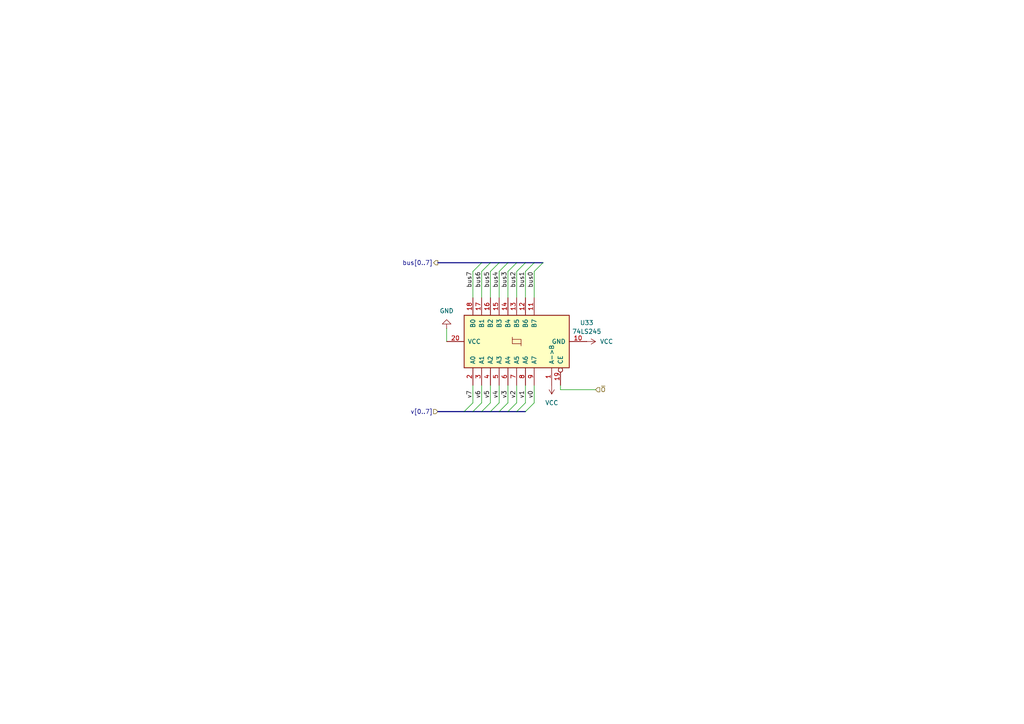
<source format=kicad_sch>
(kicad_sch (version 20250114) (generator "eeschema") (generator_version "9.0")
  (paper "A4")
  (lib_symbols
    (symbol "74xx:74LS245" (pin_names (offset 1.016))
      (property "Reference" "U" (at -7.62 16.51 0))
      (property "Value" "74LS245" (at -7.62 -16.51 0))
      (symbol "74LS245_1_0"
        (polyline (pts (xy -1.27 -1.27) (xy 0.635 -1.27) (xy 0.635 1.27) (xy 1.27 1.27)))
        (polyline (pts (xy -0.635 -1.27) (xy -0.635 1.27) (xy 0.635 1.27)))
        (pin tri_state line (at -12.7 12.7 0) (length 5.08) (name "A0") (number "2"))
        (pin tri_state line (at -12.7 10.16 0) (length 5.08) (name "A1") (number "3"))
        (pin tri_state line (at -12.7 7.62 0) (length 5.08) (name "A2") (number "4"))
        (pin tri_state line (at -12.7 5.08 0) (length 5.08) (name "A3") (number "5"))
        (pin tri_state line (at -12.7 2.54 0) (length 5.08) (name "A4") (number "6"))
        (pin tri_state line (at -12.7 0 0) (length 5.08) (name "A5") (number "7"))
        (pin tri_state line (at -12.7 -2.54 0) (length 5.08) (name "A6") (number "8"))
        (pin tri_state line (at -12.7 -5.08 0) (length 5.08) (name "A7") (number "9"))
        (pin input line (at -12.7 -10.16 0) (length 5.08) (name "A->B") (number "1"))
        (pin input inverted (at -12.7 -12.7 0) (length 5.08) (name "CE") (number "19"))
        (pin power_in line (at 0 20.32 270) (length 5.08) (name "VCC") (number "20"))
        (pin power_in line (at 0 -20.32 90) (length 5.08) (name "GND") (number "10"))
        (pin tri_state line (at 12.7 12.7 180) (length 5.08) (name "B0") (number "18"))
        (pin tri_state line (at 12.7 10.16 180) (length 5.08) (name "B1") (number "17"))
        (pin tri_state line (at 12.7 7.62 180) (length 5.08) (name "B2") (number "16"))
        (pin tri_state line (at 12.7 5.08 180) (length 5.08) (name "B3") (number "15"))
        (pin tri_state line (at 12.7 2.54 180) (length 5.08) (name "B4") (number "14"))
        (pin tri_state line (at 12.7 0 180) (length 5.08) (name "B5") (number "13"))
        (pin tri_state line (at 12.7 -2.54 180) (length 5.08) (name "B6") (number "12"))
        (pin tri_state line (at 12.7 -5.08 180) (length 5.08) (name "B7") (number "11"))
      )
      (symbol "74LS245_1_1"
        (rectangle (start -7.62 15.24) (end 7.62 -15.24) (stroke (width 0.254)) (fill (type background)))
      )
    )
    (symbol "power:GND" (power) (pin_numbers (hide yes)) (pin_names (offset 0) (hide yes))
      (property "Value" "GND" (at 0 -3.81 0))
      (symbol "GND_0_1"
        (polyline (pts (xy 0 0) (xy 0 -1.27) (xy 1.27 -1.27) (xy 0 -2.54) (xy -1.27 -1.27) (xy 0 -1.27)))
      )
      (symbol "GND_1_1"
        (pin power_in line (at 0 0 270) (length 0) (name "~") (number "1"))
      )
    )
    (symbol "power:VCC" (power) (pin_numbers (hide yes)) (pin_names (offset 0) (hide yes))
      (property "Value" "VCC" (at 0 3.556 0))
      (symbol "VCC_0_1"
        (polyline (pts (xy -0.762 1.27) (xy 0 2.54)))
        (polyline (pts (xy 0 2.54) (xy 0.762 1.27)))
        (polyline (pts (xy 0 0) (xy 0 2.54)))
      )
      (symbol "VCC_1_1"
        (pin power_in line (at 0 0 90) (length 0) (name "~") (number "1"))
      )
    )
  )
  (bus_entry (at 149.86 116.84) (size -2.54 2.54))
  (bus_entry (at 157.48 76.2) (size -2.54 2.54))
  (bus_entry (at 154.94 116.84) (size -2.54 2.54))
  (bus_entry (at 152.4 76.2) (size -2.54 2.54))
  (bus_entry (at 147.32 76.2) (size -2.54 2.54))
  (bus_entry (at 152.4 116.84) (size -2.54 2.54))
  (bus_entry (at 139.7 116.84) (size -2.54 2.54))
  (bus_entry (at 149.86 76.2) (size -2.54 2.54))
  (bus_entry (at 137.16 116.84) (size -2.54 2.54))
  (bus_entry (at 144.78 116.84) (size -2.54 2.54))
  (bus_entry (at 147.32 116.84) (size -2.54 2.54))
  (bus_entry (at 142.24 116.84) (size -2.54 2.54))
  (bus_entry (at 144.78 76.2) (size -2.54 2.54))
  (bus_entry (at 139.7 76.2) (size -2.54 2.54))
  (bus_entry (at 154.94 76.2) (size -2.54 2.54))
  (bus_entry (at 142.24 76.2) (size -2.54 2.54))
  (wire (pts (xy 147.32 111.76) (xy 147.32 116.84)))
  (bus (pts (xy 139.7 119.38) (xy 142.24 119.38)))
  (bus (pts (xy 144.78 119.38) (xy 147.32 119.38)))
  (bus (pts (xy 149.86 76.2) (xy 152.4 76.2)))
  (wire (pts (xy 137.16 78.74) (xy 137.16 86.36)))
  (wire (pts (xy 142.24 111.76) (xy 142.24 116.84)))
  (wire (pts (xy 152.4 78.74) (xy 152.4 86.36)))
  (bus (pts (xy 137.16 119.38) (xy 139.7 119.38)))
  (wire (pts (xy 162.56 113.03) (xy 162.56 111.76)))
  (wire (pts (xy 154.94 111.76) (xy 154.94 116.84)))
  (wire (pts (xy 129.54 99.06) (xy 129.54 95.25)))
  (wire (pts (xy 144.78 78.74) (xy 144.78 86.36)))
  (wire (pts (xy 139.7 78.74) (xy 139.7 86.36)))
  (bus (pts (xy 127 76.2) (xy 139.7 76.2)))
  (bus (pts (xy 154.94 76.2) (xy 157.48 76.2)))
  (bus (pts (xy 144.78 119.38) (xy 142.24 119.38)))
  (bus (pts (xy 149.86 119.38) (xy 152.4 119.38)))
  (bus (pts (xy 134.62 119.38) (xy 137.16 119.38)))
  (wire (pts (xy 142.24 78.74) (xy 142.24 86.36)))
  (bus (pts (xy 144.78 76.2) (xy 147.32 76.2)))
  (wire (pts (xy 154.94 78.74) (xy 154.94 86.36)))
  (wire (pts (xy 147.32 78.74) (xy 147.32 86.36)))
  (wire (pts (xy 139.7 111.76) (xy 139.7 116.84)))
  (bus (pts (xy 152.4 76.2) (xy 154.94 76.2)))
  (wire (pts (xy 144.78 111.76) (xy 144.78 116.84)))
  (wire (pts (xy 149.86 111.76) (xy 149.86 116.84)))
  (wire (pts (xy 149.86 78.74) (xy 149.86 86.36)))
  (wire (pts (xy 152.4 111.76) (xy 152.4 116.84)))
  (bus (pts (xy 147.32 119.38) (xy 149.86 119.38)))
  (bus (pts (xy 127 119.38) (xy 134.62 119.38)))
  (bus (pts (xy 139.7 76.2) (xy 142.24 76.2)))
  (bus (pts (xy 147.32 76.2) (xy 149.86 76.2)))
  (bus (pts (xy 142.24 76.2) (xy 144.78 76.2)))
  (wire (pts (xy 137.16 111.76) (xy 137.16 116.84)))
  (wire (pts (xy 172.72 113.03) (xy 162.56 113.03)))
  (label "bus5" (at 142.24 78.74 270))
  (label "bus0" (at 154.94 78.74 270))
  (label "v3" (at 147.32 115.57 90))
  (label "bus3" (at 147.32 78.74 270))
  (label "v4" (at 144.78 115.57 90))
  (label "v6" (at 139.7 115.57 90))
  (label "bus1" (at 152.4 78.74 270))
  (label "v0" (at 154.94 115.57 90))
  (label "v1" (at 152.4 115.57 90))
  (label "bus6" (at 139.7 78.74 270))
  (label "v5" (at 142.24 115.57 90))
  (label "v7" (at 137.16 115.57 90))
  (label "bus4" (at 144.78 78.74 270))
  (label "bus2" (at 149.86 78.74 270))
  (label "v2" (at 149.86 115.57 90))
  (label "bus7" (at 137.16 78.74 270))
  (hierarchical_label "bus[0..7]" (shape output) (at 127 76.2 180))
  (hierarchical_label "v[0..7]" (shape input) (at 127 119.38 180))
  (hierarchical_label "~{O}" (shape input) (at 172.72 113.03 0))
  (symbol (lib_id "power:GND") (at 129.54 95.25 180) (unit 1)
    (property "Reference" "#PWR01" (effects (hide yes)))
    (property "Value" "GND" (at 129.54 90.17 0))
    (property "Description" "Power symbol creates a global label with name \"GND\" , ground" (effects (hide yes)))
    (instances (project "comp1" (path "" (reference "#PWR078") (unit 1)) (path "" (reference "#PWR01") (unit 1)) (path "" (reference "#PWR047") (unit 1)) (path "" (reference "#PWR064") (unit 1)) (path "" (reference "#PWR067") (unit 1))))
  )
  (symbol (lib_id "power:VCC") (at 160.02 111.76 180) (unit 1)
    (property "Reference" "#PWR02" (effects (hide yes)))
    (property "Value" "VCC" (at 160.02 116.84 0))
    (property "Description" "Power symbol creates a global label with name \"VCC\"" (effects (hide yes)))
    (instances (project "comp1" (path "" (reference "#PWR079") (unit 1)) (path "" (reference "#PWR02") (unit 1)) (path "" (reference "#PWR048") (unit 1)) (path "" (reference "#PWR065") (unit 1)) (path "" (reference "#PWR068") (unit 1))))
  )
  (symbol (lib_id "74xx:74LS245") (at 149.86 99.06 90) (unit 1)
    (property "Reference" "U4" (at 170.18 93.6146 90))
    (property "Value" "74LS245" (at 170.18 96.1546 90))
    (property "Footprint" "Package_DIP:DIP-20_W7.62mm" (effects (hide yes)))
    (property "Datasheet" "http://www.ti.com/lit/gpn/sn74LS245" (effects (hide yes)))
    (property "Description" "Octal BUS Transceivers, 3-State outputs" (effects (hide yes)))
    (instances (project "comp1" (path "" (reference "U33") (unit 1)) (path "" (reference "U4") (unit 1)) (path "" (reference "U18") (unit 1)) (path "" (reference "U28") (unit 1)) (path "" (reference "U29") (unit 1))))
  )
  (symbol (lib_id "power:VCC") (at 170.18 99.06 270) (unit 1)
    (property "Reference" "#PWR03" (effects (hide yes)))
    (property "Value" "VCC" (at 173.99 99.0599 90) (effects (justify left)))
    (property "Description" "Power symbol creates a global label with name \"VCC\"" (effects (hide yes)))
    (instances (project "comp1" (path "" (reference "#PWR080") (unit 1)) (path "" (reference "#PWR03") (unit 1)) (path "" (reference "#PWR049") (unit 1)) (path "" (reference "#PWR066") (unit 1)) (path "" (reference "#PWR069") (unit 1))))
  )
)
</source>
